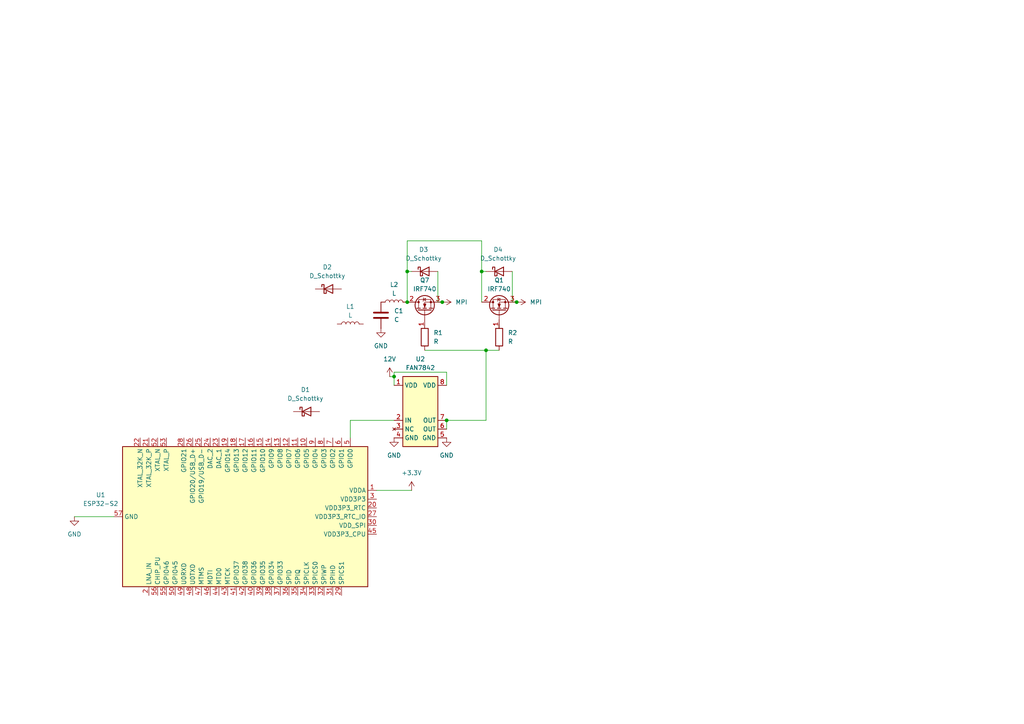
<source format=kicad_sch>
(kicad_sch
	(version 20231120)
	(generator "eeschema")
	(generator_version "8.0")
	(uuid "8b39f559-092a-41e7-b28e-db189feffadc")
	(paper "A4")
	(lib_symbols
		(symbol "Device:C"
			(pin_numbers hide)
			(pin_names
				(offset 0.254)
			)
			(exclude_from_sim no)
			(in_bom yes)
			(on_board yes)
			(property "Reference" "C"
				(at 0.635 2.54 0)
				(effects
					(font
						(size 1.27 1.27)
					)
					(justify left)
				)
			)
			(property "Value" "C"
				(at 0.635 -2.54 0)
				(effects
					(font
						(size 1.27 1.27)
					)
					(justify left)
				)
			)
			(property "Footprint" ""
				(at 0.9652 -3.81 0)
				(effects
					(font
						(size 1.27 1.27)
					)
					(hide yes)
				)
			)
			(property "Datasheet" "~"
				(at 0 0 0)
				(effects
					(font
						(size 1.27 1.27)
					)
					(hide yes)
				)
			)
			(property "Description" "Unpolarized capacitor"
				(at 0 0 0)
				(effects
					(font
						(size 1.27 1.27)
					)
					(hide yes)
				)
			)
			(property "ki_keywords" "cap capacitor"
				(at 0 0 0)
				(effects
					(font
						(size 1.27 1.27)
					)
					(hide yes)
				)
			)
			(property "ki_fp_filters" "C_*"
				(at 0 0 0)
				(effects
					(font
						(size 1.27 1.27)
					)
					(hide yes)
				)
			)
			(symbol "C_0_1"
				(polyline
					(pts
						(xy -2.032 -0.762) (xy 2.032 -0.762)
					)
					(stroke
						(width 0.508)
						(type default)
					)
					(fill
						(type none)
					)
				)
				(polyline
					(pts
						(xy -2.032 0.762) (xy 2.032 0.762)
					)
					(stroke
						(width 0.508)
						(type default)
					)
					(fill
						(type none)
					)
				)
			)
			(symbol "C_1_1"
				(pin passive line
					(at 0 3.81 270)
					(length 2.794)
					(name "~"
						(effects
							(font
								(size 1.27 1.27)
							)
						)
					)
					(number "1"
						(effects
							(font
								(size 1.27 1.27)
							)
						)
					)
				)
				(pin passive line
					(at 0 -3.81 90)
					(length 2.794)
					(name "~"
						(effects
							(font
								(size 1.27 1.27)
							)
						)
					)
					(number "2"
						(effects
							(font
								(size 1.27 1.27)
							)
						)
					)
				)
			)
		)
		(symbol "Device:D_Schottky"
			(pin_numbers hide)
			(pin_names
				(offset 1.016) hide)
			(exclude_from_sim no)
			(in_bom yes)
			(on_board yes)
			(property "Reference" "D"
				(at 0 2.54 0)
				(effects
					(font
						(size 1.27 1.27)
					)
				)
			)
			(property "Value" "D_Schottky"
				(at 0 -2.54 0)
				(effects
					(font
						(size 1.27 1.27)
					)
				)
			)
			(property "Footprint" ""
				(at 0 0 0)
				(effects
					(font
						(size 1.27 1.27)
					)
					(hide yes)
				)
			)
			(property "Datasheet" "~"
				(at 0 0 0)
				(effects
					(font
						(size 1.27 1.27)
					)
					(hide yes)
				)
			)
			(property "Description" "Schottky diode"
				(at 0 0 0)
				(effects
					(font
						(size 1.27 1.27)
					)
					(hide yes)
				)
			)
			(property "ki_keywords" "diode Schottky"
				(at 0 0 0)
				(effects
					(font
						(size 1.27 1.27)
					)
					(hide yes)
				)
			)
			(property "ki_fp_filters" "TO-???* *_Diode_* *SingleDiode* D_*"
				(at 0 0 0)
				(effects
					(font
						(size 1.27 1.27)
					)
					(hide yes)
				)
			)
			(symbol "D_Schottky_0_1"
				(polyline
					(pts
						(xy 1.27 0) (xy -1.27 0)
					)
					(stroke
						(width 0)
						(type default)
					)
					(fill
						(type none)
					)
				)
				(polyline
					(pts
						(xy 1.27 1.27) (xy 1.27 -1.27) (xy -1.27 0) (xy 1.27 1.27)
					)
					(stroke
						(width 0.254)
						(type default)
					)
					(fill
						(type none)
					)
				)
				(polyline
					(pts
						(xy -1.905 0.635) (xy -1.905 1.27) (xy -1.27 1.27) (xy -1.27 -1.27) (xy -0.635 -1.27) (xy -0.635 -0.635)
					)
					(stroke
						(width 0.254)
						(type default)
					)
					(fill
						(type none)
					)
				)
			)
			(symbol "D_Schottky_1_1"
				(pin passive line
					(at -3.81 0 0)
					(length 2.54)
					(name "K"
						(effects
							(font
								(size 1.27 1.27)
							)
						)
					)
					(number "1"
						(effects
							(font
								(size 1.27 1.27)
							)
						)
					)
				)
				(pin passive line
					(at 3.81 0 180)
					(length 2.54)
					(name "A"
						(effects
							(font
								(size 1.27 1.27)
							)
						)
					)
					(number "2"
						(effects
							(font
								(size 1.27 1.27)
							)
						)
					)
				)
			)
		)
		(symbol "Device:L"
			(pin_numbers hide)
			(pin_names
				(offset 1.016) hide)
			(exclude_from_sim no)
			(in_bom yes)
			(on_board yes)
			(property "Reference" "L"
				(at -1.27 0 90)
				(effects
					(font
						(size 1.27 1.27)
					)
				)
			)
			(property "Value" "L"
				(at 1.905 0 90)
				(effects
					(font
						(size 1.27 1.27)
					)
				)
			)
			(property "Footprint" ""
				(at 0 0 0)
				(effects
					(font
						(size 1.27 1.27)
					)
					(hide yes)
				)
			)
			(property "Datasheet" "~"
				(at 0 0 0)
				(effects
					(font
						(size 1.27 1.27)
					)
					(hide yes)
				)
			)
			(property "Description" "Inductor"
				(at 0 0 0)
				(effects
					(font
						(size 1.27 1.27)
					)
					(hide yes)
				)
			)
			(property "ki_keywords" "inductor choke coil reactor magnetic"
				(at 0 0 0)
				(effects
					(font
						(size 1.27 1.27)
					)
					(hide yes)
				)
			)
			(property "ki_fp_filters" "Choke_* *Coil* Inductor_* L_*"
				(at 0 0 0)
				(effects
					(font
						(size 1.27 1.27)
					)
					(hide yes)
				)
			)
			(symbol "L_0_1"
				(arc
					(start 0 -2.54)
					(mid 0.6323 -1.905)
					(end 0 -1.27)
					(stroke
						(width 0)
						(type default)
					)
					(fill
						(type none)
					)
				)
				(arc
					(start 0 -1.27)
					(mid 0.6323 -0.635)
					(end 0 0)
					(stroke
						(width 0)
						(type default)
					)
					(fill
						(type none)
					)
				)
				(arc
					(start 0 0)
					(mid 0.6323 0.635)
					(end 0 1.27)
					(stroke
						(width 0)
						(type default)
					)
					(fill
						(type none)
					)
				)
				(arc
					(start 0 1.27)
					(mid 0.6323 1.905)
					(end 0 2.54)
					(stroke
						(width 0)
						(type default)
					)
					(fill
						(type none)
					)
				)
			)
			(symbol "L_1_1"
				(pin passive line
					(at 0 3.81 270)
					(length 1.27)
					(name "1"
						(effects
							(font
								(size 1.27 1.27)
							)
						)
					)
					(number "1"
						(effects
							(font
								(size 1.27 1.27)
							)
						)
					)
				)
				(pin passive line
					(at 0 -3.81 90)
					(length 1.27)
					(name "2"
						(effects
							(font
								(size 1.27 1.27)
							)
						)
					)
					(number "2"
						(effects
							(font
								(size 1.27 1.27)
							)
						)
					)
				)
			)
		)
		(symbol "Device:R"
			(pin_numbers hide)
			(pin_names
				(offset 0)
			)
			(exclude_from_sim no)
			(in_bom yes)
			(on_board yes)
			(property "Reference" "R"
				(at 2.032 0 90)
				(effects
					(font
						(size 1.27 1.27)
					)
				)
			)
			(property "Value" "R"
				(at 0 0 90)
				(effects
					(font
						(size 1.27 1.27)
					)
				)
			)
			(property "Footprint" ""
				(at -1.778 0 90)
				(effects
					(font
						(size 1.27 1.27)
					)
					(hide yes)
				)
			)
			(property "Datasheet" "~"
				(at 0 0 0)
				(effects
					(font
						(size 1.27 1.27)
					)
					(hide yes)
				)
			)
			(property "Description" "Resistor"
				(at 0 0 0)
				(effects
					(font
						(size 1.27 1.27)
					)
					(hide yes)
				)
			)
			(property "ki_keywords" "R res resistor"
				(at 0 0 0)
				(effects
					(font
						(size 1.27 1.27)
					)
					(hide yes)
				)
			)
			(property "ki_fp_filters" "R_*"
				(at 0 0 0)
				(effects
					(font
						(size 1.27 1.27)
					)
					(hide yes)
				)
			)
			(symbol "R_0_1"
				(rectangle
					(start -1.016 -2.54)
					(end 1.016 2.54)
					(stroke
						(width 0.254)
						(type default)
					)
					(fill
						(type none)
					)
				)
			)
			(symbol "R_1_1"
				(pin passive line
					(at 0 3.81 270)
					(length 1.27)
					(name "~"
						(effects
							(font
								(size 1.27 1.27)
							)
						)
					)
					(number "1"
						(effects
							(font
								(size 1.27 1.27)
							)
						)
					)
				)
				(pin passive line
					(at 0 -3.81 90)
					(length 1.27)
					(name "~"
						(effects
							(font
								(size 1.27 1.27)
							)
						)
					)
					(number "2"
						(effects
							(font
								(size 1.27 1.27)
							)
						)
					)
				)
			)
		)
		(symbol "Driver_FET:FAN7842"
			(exclude_from_sim no)
			(in_bom yes)
			(on_board yes)
			(property "Reference" "U2"
				(at 0 15.24 0)
				(effects
					(font
						(size 1.27 1.27)
					)
				)
			)
			(property "Value" "FAN7842"
				(at 0 12.7 0)
				(effects
					(font
						(size 1.27 1.27)
					)
				)
			)
			(property "Footprint" "Package_SO:SOIC-8_3.9x4.9mm_P1.27mm"
				(at 0 -12.7 0)
				(effects
					(font
						(size 1.27 1.27)
					)
					(hide yes)
				)
			)
			(property "Datasheet" "https://www.mouser.com/datasheet/2/268/20001392E-3442042.pdf"
				(at 0 0 0)
				(effects
					(font
						(size 1.27 1.27)
					)
					(hide yes)
				)
			)
			(property "Description" "High and Low Side Gate Driver, 200V operation, Output Current 350/650mA, SOIC-8"
				(at 0 0 0)
				(effects
					(font
						(size 1.27 1.27)
					)
					(hide yes)
				)
			)
			(property "ki_keywords" "Gate Driver"
				(at 0 0 0)
				(effects
					(font
						(size 1.27 1.27)
					)
					(hide yes)
				)
			)
			(property "ki_fp_filters" "SOIC*3.9x4.9mm*P1.27mm*"
				(at 0 0 0)
				(effects
					(font
						(size 1.27 1.27)
					)
					(hide yes)
				)
			)
			(symbol "FAN7842_0_1"
				(rectangle
					(start -5.08 10.16)
					(end 5.08 -10.16)
					(stroke
						(width 0.254)
						(type default)
					)
					(fill
						(type background)
					)
				)
			)
			(symbol "FAN7842_1_1"
				(pin power_in line
					(at -7.62 7.62 0)
					(length 2.54)
					(name "VDD"
						(effects
							(font
								(size 1.27 1.27)
							)
						)
					)
					(number "1"
						(effects
							(font
								(size 1.27 1.27)
							)
						)
					)
				)
				(pin input line
					(at -7.62 -2.54 0)
					(length 2.54)
					(name "IN"
						(effects
							(font
								(size 1.27 1.27)
							)
						)
					)
					(number "2"
						(effects
							(font
								(size 1.27 1.27)
							)
						)
					)
				)
				(pin no_connect line
					(at -7.62 -5.08 0)
					(length 2.54)
					(name "NC"
						(effects
							(font
								(size 1.27 1.27)
							)
						)
					)
					(number "3"
						(effects
							(font
								(size 1.27 1.27)
							)
						)
					)
				)
				(pin power_in line
					(at -7.62 -7.62 0)
					(length 2.54)
					(name "GND"
						(effects
							(font
								(size 1.27 1.27)
							)
						)
					)
					(number "4"
						(effects
							(font
								(size 1.27 1.27)
							)
						)
					)
				)
				(pin power_in line
					(at 7.62 -7.62 180)
					(length 2.54)
					(name "GND"
						(effects
							(font
								(size 1.27 1.27)
							)
						)
					)
					(number "5"
						(effects
							(font
								(size 1.27 1.27)
							)
						)
					)
				)
				(pin output line
					(at 7.62 -5.08 180)
					(length 2.54)
					(name "OUT"
						(effects
							(font
								(size 1.27 1.27)
							)
						)
					)
					(number "6"
						(effects
							(font
								(size 1.27 1.27)
							)
						)
					)
				)
				(pin output line
					(at 7.62 -2.54 180)
					(length 2.54)
					(name "OUT"
						(effects
							(font
								(size 1.27 1.27)
							)
						)
					)
					(number "7"
						(effects
							(font
								(size 1.27 1.27)
							)
						)
					)
				)
				(pin passive line
					(at 7.62 7.62 180)
					(length 2.54)
					(name "VDD"
						(effects
							(font
								(size 1.27 1.27)
							)
						)
					)
					(number "8"
						(effects
							(font
								(size 1.27 1.27)
							)
						)
					)
				)
			)
		)
		(symbol "MCU_Espressif:ESP32-S2"
			(exclude_from_sim no)
			(in_bom yes)
			(on_board yes)
			(property "Reference" "U"
				(at 12.7 -38.1 0)
				(effects
					(font
						(size 1.27 1.27)
					)
				)
			)
			(property "Value" "ESP32-S2"
				(at 16.51 -40.64 0)
				(effects
					(font
						(size 1.27 1.27)
					)
				)
			)
			(property "Footprint" "Package_DFN_QFN:QFN-56-1EP_7x7mm_P0.4mm_EP4x4mm"
				(at 2.54 -48.26 0)
				(effects
					(font
						(size 1.27 1.27)
					)
					(justify left)
					(hide yes)
				)
			)
			(property "Datasheet" "https://www.espressif.com/sites/default/files/documentation/esp32-s2_datasheet_en.pdf"
				(at 2.54 -45.72 0)
				(effects
					(font
						(size 1.27 1.27)
					)
					(justify left)
					(hide yes)
				)
			)
			(property "Description" "Microcontroller, Wi-Fi 802.11b/g/n, Bluetooth, 32bit"
				(at 0 0 0)
				(effects
					(font
						(size 1.27 1.27)
					)
					(hide yes)
				)
			)
			(property "ki_keywords" "Microcontroller Wi-Fi BT ESP ESP32 Espressif"
				(at 0 0 0)
				(effects
					(font
						(size 1.27 1.27)
					)
					(hide yes)
				)
			)
			(property "ki_fp_filters" "QFN*1EP*7x7mm*P0.4mm*"
				(at 0 0 0)
				(effects
					(font
						(size 1.27 1.27)
					)
					(hide yes)
				)
			)
			(symbol "ESP32-S2_0_1"
				(rectangle
					(start -20.32 35.56)
					(end 20.32 -35.56)
					(stroke
						(width 0.254)
						(type default)
					)
					(fill
						(type background)
					)
				)
			)
			(symbol "ESP32-S2_1_1"
				(pin power_in line
					(at -7.62 38.1 270)
					(length 2.54)
					(name "VDDA"
						(effects
							(font
								(size 1.27 1.27)
							)
						)
					)
					(number "1"
						(effects
							(font
								(size 1.27 1.27)
							)
						)
					)
				)
				(pin bidirectional line
					(at -22.86 17.78 0)
					(length 2.54)
					(name "GPIO5"
						(effects
							(font
								(size 1.27 1.27)
							)
						)
					)
					(number "10"
						(effects
							(font
								(size 1.27 1.27)
							)
						)
					)
				)
				(pin bidirectional line
					(at -22.86 15.24 0)
					(length 2.54)
					(name "GPIO6"
						(effects
							(font
								(size 1.27 1.27)
							)
						)
					)
					(number "11"
						(effects
							(font
								(size 1.27 1.27)
							)
						)
					)
				)
				(pin bidirectional line
					(at -22.86 12.7 0)
					(length 2.54)
					(name "GPIO7"
						(effects
							(font
								(size 1.27 1.27)
							)
						)
					)
					(number "12"
						(effects
							(font
								(size 1.27 1.27)
							)
						)
					)
				)
				(pin bidirectional line
					(at -22.86 10.16 0)
					(length 2.54)
					(name "GPIO8"
						(effects
							(font
								(size 1.27 1.27)
							)
						)
					)
					(number "13"
						(effects
							(font
								(size 1.27 1.27)
							)
						)
					)
				)
				(pin bidirectional line
					(at -22.86 7.62 0)
					(length 2.54)
					(name "GPIO9"
						(effects
							(font
								(size 1.27 1.27)
							)
						)
					)
					(number "14"
						(effects
							(font
								(size 1.27 1.27)
							)
						)
					)
				)
				(pin bidirectional line
					(at -22.86 5.08 0)
					(length 2.54)
					(name "GPIO10"
						(effects
							(font
								(size 1.27 1.27)
							)
						)
					)
					(number "15"
						(effects
							(font
								(size 1.27 1.27)
							)
						)
					)
				)
				(pin bidirectional line
					(at -22.86 2.54 0)
					(length 2.54)
					(name "GPIO11"
						(effects
							(font
								(size 1.27 1.27)
							)
						)
					)
					(number "16"
						(effects
							(font
								(size 1.27 1.27)
							)
						)
					)
				)
				(pin bidirectional line
					(at -22.86 0 0)
					(length 2.54)
					(name "GPIO12"
						(effects
							(font
								(size 1.27 1.27)
							)
						)
					)
					(number "17"
						(effects
							(font
								(size 1.27 1.27)
							)
						)
					)
				)
				(pin bidirectional line
					(at -22.86 -2.54 0)
					(length 2.54)
					(name "GPIO13"
						(effects
							(font
								(size 1.27 1.27)
							)
						)
					)
					(number "18"
						(effects
							(font
								(size 1.27 1.27)
							)
						)
					)
				)
				(pin bidirectional line
					(at -22.86 -5.08 0)
					(length 2.54)
					(name "GPIO14"
						(effects
							(font
								(size 1.27 1.27)
							)
						)
					)
					(number "19"
						(effects
							(font
								(size 1.27 1.27)
							)
						)
					)
				)
				(pin bidirectional line
					(at 22.86 -27.94 180)
					(length 2.54)
					(name "LNA_IN"
						(effects
							(font
								(size 1.27 1.27)
							)
						)
					)
					(number "2"
						(effects
							(font
								(size 1.27 1.27)
							)
						)
					)
				)
				(pin power_in line
					(at -2.54 38.1 270)
					(length 2.54)
					(name "VDD3P3_RTC"
						(effects
							(font
								(size 1.27 1.27)
							)
						)
					)
					(number "20"
						(effects
							(font
								(size 1.27 1.27)
							)
						)
					)
				)
				(pin passive line
					(at -22.86 -27.94 0)
					(length 2.54)
					(name "XTAL_32K_P"
						(effects
							(font
								(size 1.27 1.27)
							)
						)
					)
					(number "21"
						(effects
							(font
								(size 1.27 1.27)
							)
						)
					)
				)
				(pin passive line
					(at -22.86 -30.48 0)
					(length 2.54)
					(name "XTAL_32K_N"
						(effects
							(font
								(size 1.27 1.27)
							)
						)
					)
					(number "22"
						(effects
							(font
								(size 1.27 1.27)
							)
						)
					)
				)
				(pin bidirectional line
					(at -22.86 -7.62 0)
					(length 2.54)
					(name "DAC_1"
						(effects
							(font
								(size 1.27 1.27)
							)
						)
					)
					(number "23"
						(effects
							(font
								(size 1.27 1.27)
							)
						)
					)
				)
				(pin bidirectional line
					(at -22.86 -10.16 0)
					(length 2.54)
					(name "DAC_2"
						(effects
							(font
								(size 1.27 1.27)
							)
						)
					)
					(number "24"
						(effects
							(font
								(size 1.27 1.27)
							)
						)
					)
				)
				(pin bidirectional line
					(at -22.86 -12.7 0)
					(length 2.54)
					(name "GPIO19/USB_D-"
						(effects
							(font
								(size 1.27 1.27)
							)
						)
					)
					(number "25"
						(effects
							(font
								(size 1.27 1.27)
							)
						)
					)
				)
				(pin bidirectional line
					(at -22.86 -15.24 0)
					(length 2.54)
					(name "GPIO20/USB_D+"
						(effects
							(font
								(size 1.27 1.27)
							)
						)
					)
					(number "26"
						(effects
							(font
								(size 1.27 1.27)
							)
						)
					)
				)
				(pin power_in line
					(at 0 38.1 270)
					(length 2.54)
					(name "VDD3P3_RTC_IO"
						(effects
							(font
								(size 1.27 1.27)
							)
						)
					)
					(number "27"
						(effects
							(font
								(size 1.27 1.27)
							)
						)
					)
				)
				(pin bidirectional line
					(at -22.86 -17.78 0)
					(length 2.54)
					(name "GPIO21"
						(effects
							(font
								(size 1.27 1.27)
							)
						)
					)
					(number "28"
						(effects
							(font
								(size 1.27 1.27)
							)
						)
					)
				)
				(pin bidirectional line
					(at 22.86 27.94 180)
					(length 2.54)
					(name "SPICS1"
						(effects
							(font
								(size 1.27 1.27)
							)
						)
					)
					(number "29"
						(effects
							(font
								(size 1.27 1.27)
							)
						)
					)
				)
				(pin power_in line
					(at -5.08 38.1 270)
					(length 2.54)
					(name "VDD3P3"
						(effects
							(font
								(size 1.27 1.27)
							)
						)
					)
					(number "3"
						(effects
							(font
								(size 1.27 1.27)
							)
						)
					)
				)
				(pin power_out line
					(at 2.54 38.1 270)
					(length 2.54)
					(name "VDD_SPI"
						(effects
							(font
								(size 1.27 1.27)
							)
						)
					)
					(number "30"
						(effects
							(font
								(size 1.27 1.27)
							)
						)
					)
				)
				(pin bidirectional line
					(at 22.86 25.4 180)
					(length 2.54)
					(name "SPIHD"
						(effects
							(font
								(size 1.27 1.27)
							)
						)
					)
					(number "31"
						(effects
							(font
								(size 1.27 1.27)
							)
						)
					)
				)
				(pin bidirectional line
					(at 22.86 22.86 180)
					(length 2.54)
					(name "SPIWP"
						(effects
							(font
								(size 1.27 1.27)
							)
						)
					)
					(number "32"
						(effects
							(font
								(size 1.27 1.27)
							)
						)
					)
				)
				(pin bidirectional line
					(at 22.86 20.32 180)
					(length 2.54)
					(name "SPICS0"
						(effects
							(font
								(size 1.27 1.27)
							)
						)
					)
					(number "33"
						(effects
							(font
								(size 1.27 1.27)
							)
						)
					)
				)
				(pin bidirectional line
					(at 22.86 17.78 180)
					(length 2.54)
					(name "SPICLK"
						(effects
							(font
								(size 1.27 1.27)
							)
						)
					)
					(number "34"
						(effects
							(font
								(size 1.27 1.27)
							)
						)
					)
				)
				(pin bidirectional line
					(at 22.86 15.24 180)
					(length 2.54)
					(name "SPIQ"
						(effects
							(font
								(size 1.27 1.27)
							)
						)
					)
					(number "35"
						(effects
							(font
								(size 1.27 1.27)
							)
						)
					)
				)
				(pin bidirectional line
					(at 22.86 12.7 180)
					(length 2.54)
					(name "SPID"
						(effects
							(font
								(size 1.27 1.27)
							)
						)
					)
					(number "36"
						(effects
							(font
								(size 1.27 1.27)
							)
						)
					)
				)
				(pin bidirectional line
					(at 22.86 10.16 180)
					(length 2.54)
					(name "GPIO33"
						(effects
							(font
								(size 1.27 1.27)
							)
						)
					)
					(number "37"
						(effects
							(font
								(size 1.27 1.27)
							)
						)
					)
				)
				(pin bidirectional line
					(at 22.86 7.62 180)
					(length 2.54)
					(name "GPIO34"
						(effects
							(font
								(size 1.27 1.27)
							)
						)
					)
					(number "38"
						(effects
							(font
								(size 1.27 1.27)
							)
						)
					)
				)
				(pin bidirectional line
					(at 22.86 5.08 180)
					(length 2.54)
					(name "GPIO35"
						(effects
							(font
								(size 1.27 1.27)
							)
						)
					)
					(number "39"
						(effects
							(font
								(size 1.27 1.27)
							)
						)
					)
				)
				(pin passive line
					(at -5.08 38.1 270)
					(length 2.54) hide
					(name "VDD3P3"
						(effects
							(font
								(size 1.27 1.27)
							)
						)
					)
					(number "4"
						(effects
							(font
								(size 1.27 1.27)
							)
						)
					)
				)
				(pin bidirectional line
					(at 22.86 2.54 180)
					(length 2.54)
					(name "GPIO36"
						(effects
							(font
								(size 1.27 1.27)
							)
						)
					)
					(number "40"
						(effects
							(font
								(size 1.27 1.27)
							)
						)
					)
				)
				(pin bidirectional line
					(at 22.86 -2.54 180)
					(length 2.54)
					(name "GPIO37"
						(effects
							(font
								(size 1.27 1.27)
							)
						)
					)
					(number "41"
						(effects
							(font
								(size 1.27 1.27)
							)
						)
					)
				)
				(pin bidirectional line
					(at 22.86 0 180)
					(length 2.54)
					(name "GPIO38"
						(effects
							(font
								(size 1.27 1.27)
							)
						)
					)
					(number "42"
						(effects
							(font
								(size 1.27 1.27)
							)
						)
					)
				)
				(pin bidirectional line
					(at 22.86 -5.08 180)
					(length 2.54)
					(name "MTCK"
						(effects
							(font
								(size 1.27 1.27)
							)
						)
					)
					(number "43"
						(effects
							(font
								(size 1.27 1.27)
							)
						)
					)
				)
				(pin bidirectional line
					(at 22.86 -7.62 180)
					(length 2.54)
					(name "MTD0"
						(effects
							(font
								(size 1.27 1.27)
							)
						)
					)
					(number "44"
						(effects
							(font
								(size 1.27 1.27)
							)
						)
					)
				)
				(pin power_in line
					(at 5.08 38.1 270)
					(length 2.54)
					(name "VDD3P3_CPU"
						(effects
							(font
								(size 1.27 1.27)
							)
						)
					)
					(number "45"
						(effects
							(font
								(size 1.27 1.27)
							)
						)
					)
				)
				(pin bidirectional line
					(at 22.86 -10.16 180)
					(length 2.54)
					(name "MDTI"
						(effects
							(font
								(size 1.27 1.27)
							)
						)
					)
					(number "46"
						(effects
							(font
								(size 1.27 1.27)
							)
						)
					)
				)
				(pin bidirectional line
					(at 22.86 -12.7 180)
					(length 2.54)
					(name "MTMS"
						(effects
							(font
								(size 1.27 1.27)
							)
						)
					)
					(number "47"
						(effects
							(font
								(size 1.27 1.27)
							)
						)
					)
				)
				(pin bidirectional line
					(at 22.86 -15.24 180)
					(length 2.54)
					(name "U0TXD"
						(effects
							(font
								(size 1.27 1.27)
							)
						)
					)
					(number "48"
						(effects
							(font
								(size 1.27 1.27)
							)
						)
					)
				)
				(pin bidirectional line
					(at 22.86 -17.78 180)
					(length 2.54)
					(name "U0RXD"
						(effects
							(font
								(size 1.27 1.27)
							)
						)
					)
					(number "49"
						(effects
							(font
								(size 1.27 1.27)
							)
						)
					)
				)
				(pin bidirectional line
					(at -22.86 30.48 0)
					(length 2.54)
					(name "GPIO0"
						(effects
							(font
								(size 1.27 1.27)
							)
						)
					)
					(number "5"
						(effects
							(font
								(size 1.27 1.27)
							)
						)
					)
				)
				(pin bidirectional line
					(at 22.86 -20.32 180)
					(length 2.54)
					(name "GPIO45"
						(effects
							(font
								(size 1.27 1.27)
							)
						)
					)
					(number "50"
						(effects
							(font
								(size 1.27 1.27)
							)
						)
					)
				)
				(pin passive line
					(at -7.62 38.1 270)
					(length 2.54) hide
					(name "VDDA"
						(effects
							(font
								(size 1.27 1.27)
							)
						)
					)
					(number "51"
						(effects
							(font
								(size 1.27 1.27)
							)
						)
					)
				)
				(pin output line
					(at -22.86 -25.4 0)
					(length 2.54)
					(name "XTAL_N"
						(effects
							(font
								(size 1.27 1.27)
							)
						)
					)
					(number "52"
						(effects
							(font
								(size 1.27 1.27)
							)
						)
					)
				)
				(pin input line
					(at -22.86 -22.86 0)
					(length 2.54)
					(name "XTAL_P"
						(effects
							(font
								(size 1.27 1.27)
							)
						)
					)
					(number "53"
						(effects
							(font
								(size 1.27 1.27)
							)
						)
					)
				)
				(pin passive line
					(at -7.62 38.1 270)
					(length 2.54) hide
					(name "VDDA"
						(effects
							(font
								(size 1.27 1.27)
							)
						)
					)
					(number "54"
						(effects
							(font
								(size 1.27 1.27)
							)
						)
					)
				)
				(pin input line
					(at 22.86 -22.86 180)
					(length 2.54)
					(name "GPIO46"
						(effects
							(font
								(size 1.27 1.27)
							)
						)
					)
					(number "55"
						(effects
							(font
								(size 1.27 1.27)
							)
						)
					)
				)
				(pin input line
					(at 22.86 -25.4 180)
					(length 2.54)
					(name "CHIP_PU"
						(effects
							(font
								(size 1.27 1.27)
							)
						)
					)
					(number "56"
						(effects
							(font
								(size 1.27 1.27)
							)
						)
					)
				)
				(pin power_in line
					(at 0 -38.1 90)
					(length 2.54)
					(name "GND"
						(effects
							(font
								(size 1.27 1.27)
							)
						)
					)
					(number "57"
						(effects
							(font
								(size 1.27 1.27)
							)
						)
					)
				)
				(pin bidirectional line
					(at -22.86 27.94 0)
					(length 2.54)
					(name "GPIO1"
						(effects
							(font
								(size 1.27 1.27)
							)
						)
					)
					(number "6"
						(effects
							(font
								(size 1.27 1.27)
							)
						)
					)
				)
				(pin bidirectional line
					(at -22.86 25.4 0)
					(length 2.54)
					(name "GPIO2"
						(effects
							(font
								(size 1.27 1.27)
							)
						)
					)
					(number "7"
						(effects
							(font
								(size 1.27 1.27)
							)
						)
					)
				)
				(pin bidirectional line
					(at -22.86 22.86 0)
					(length 2.54)
					(name "GPIO3"
						(effects
							(font
								(size 1.27 1.27)
							)
						)
					)
					(number "8"
						(effects
							(font
								(size 1.27 1.27)
							)
						)
					)
				)
				(pin bidirectional line
					(at -22.86 20.32 0)
					(length 2.54)
					(name "GPIO4"
						(effects
							(font
								(size 1.27 1.27)
							)
						)
					)
					(number "9"
						(effects
							(font
								(size 1.27 1.27)
							)
						)
					)
				)
			)
		)
		(symbol "Transistor_FET:IRF740"
			(pin_names hide)
			(exclude_from_sim no)
			(in_bom yes)
			(on_board yes)
			(property "Reference" "Q"
				(at 5.08 1.905 0)
				(effects
					(font
						(size 1.27 1.27)
					)
					(justify left)
				)
			)
			(property "Value" "IRF740"
				(at 5.08 0 0)
				(effects
					(font
						(size 1.27 1.27)
					)
					(justify left)
				)
			)
			(property "Footprint" "Package_TO_SOT_THT:TO-220-3_Vertical"
				(at 5.08 -1.905 0)
				(effects
					(font
						(size 1.27 1.27)
						(italic yes)
					)
					(justify left)
					(hide yes)
				)
			)
			(property "Datasheet" "http://www.vishay.com/docs/91054/91054.pdf"
				(at 5.08 -3.81 0)
				(effects
					(font
						(size 1.27 1.27)
					)
					(justify left)
					(hide yes)
				)
			)
			(property "Description" "10A Id, 400V Vds, N-Channel Power MOSFET, 500mOhm Rds, TO-220AB"
				(at 0 0 0)
				(effects
					(font
						(size 1.27 1.27)
					)
					(hide yes)
				)
			)
			(property "ki_keywords" "N Channel"
				(at 0 0 0)
				(effects
					(font
						(size 1.27 1.27)
					)
					(hide yes)
				)
			)
			(property "ki_fp_filters" "TO?220*"
				(at 0 0 0)
				(effects
					(font
						(size 1.27 1.27)
					)
					(hide yes)
				)
			)
			(symbol "IRF740_0_1"
				(polyline
					(pts
						(xy 0.254 0) (xy -2.54 0)
					)
					(stroke
						(width 0)
						(type default)
					)
					(fill
						(type none)
					)
				)
				(polyline
					(pts
						(xy 0.254 1.905) (xy 0.254 -1.905)
					)
					(stroke
						(width 0.254)
						(type default)
					)
					(fill
						(type none)
					)
				)
				(polyline
					(pts
						(xy 0.762 -1.27) (xy 0.762 -2.286)
					)
					(stroke
						(width 0.254)
						(type default)
					)
					(fill
						(type none)
					)
				)
				(polyline
					(pts
						(xy 0.762 0.508) (xy 0.762 -0.508)
					)
					(stroke
						(width 0.254)
						(type default)
					)
					(fill
						(type none)
					)
				)
				(polyline
					(pts
						(xy 0.762 2.286) (xy 0.762 1.27)
					)
					(stroke
						(width 0.254)
						(type default)
					)
					(fill
						(type none)
					)
				)
				(polyline
					(pts
						(xy 2.54 2.54) (xy 2.54 1.778)
					)
					(stroke
						(width 0)
						(type default)
					)
					(fill
						(type none)
					)
				)
				(polyline
					(pts
						(xy 2.54 -2.54) (xy 2.54 0) (xy 0.762 0)
					)
					(stroke
						(width 0)
						(type default)
					)
					(fill
						(type none)
					)
				)
				(polyline
					(pts
						(xy 0.762 -1.778) (xy 3.302 -1.778) (xy 3.302 1.778) (xy 0.762 1.778)
					)
					(stroke
						(width 0)
						(type default)
					)
					(fill
						(type none)
					)
				)
				(polyline
					(pts
						(xy 1.016 0) (xy 2.032 0.381) (xy 2.032 -0.381) (xy 1.016 0)
					)
					(stroke
						(width 0)
						(type default)
					)
					(fill
						(type outline)
					)
				)
				(polyline
					(pts
						(xy 2.794 0.508) (xy 2.921 0.381) (xy 3.683 0.381) (xy 3.81 0.254)
					)
					(stroke
						(width 0)
						(type default)
					)
					(fill
						(type none)
					)
				)
				(polyline
					(pts
						(xy 3.302 0.381) (xy 2.921 -0.254) (xy 3.683 -0.254) (xy 3.302 0.381)
					)
					(stroke
						(width 0)
						(type default)
					)
					(fill
						(type none)
					)
				)
				(circle
					(center 1.651 0)
					(radius 2.794)
					(stroke
						(width 0.254)
						(type default)
					)
					(fill
						(type none)
					)
				)
				(circle
					(center 2.54 -1.778)
					(radius 0.254)
					(stroke
						(width 0)
						(type default)
					)
					(fill
						(type outline)
					)
				)
				(circle
					(center 2.54 1.778)
					(radius 0.254)
					(stroke
						(width 0)
						(type default)
					)
					(fill
						(type outline)
					)
				)
			)
			(symbol "IRF740_1_1"
				(pin input line
					(at -5.08 0 0)
					(length 2.54)
					(name "G"
						(effects
							(font
								(size 1.27 1.27)
							)
						)
					)
					(number "1"
						(effects
							(font
								(size 1.27 1.27)
							)
						)
					)
				)
				(pin passive line
					(at 2.54 5.08 270)
					(length 2.54)
					(name "D"
						(effects
							(font
								(size 1.27 1.27)
							)
						)
					)
					(number "2"
						(effects
							(font
								(size 1.27 1.27)
							)
						)
					)
				)
				(pin passive line
					(at 2.54 -5.08 90)
					(length 2.54)
					(name "S"
						(effects
							(font
								(size 1.27 1.27)
							)
						)
					)
					(number "3"
						(effects
							(font
								(size 1.27 1.27)
							)
						)
					)
				)
			)
		)
		(symbol "power:+15V"
			(power)
			(pin_numbers hide)
			(pin_names
				(offset 0) hide)
			(exclude_from_sim no)
			(in_bom yes)
			(on_board yes)
			(property "Reference" "#PWR"
				(at 0 -3.81 0)
				(effects
					(font
						(size 1.27 1.27)
					)
					(hide yes)
				)
			)
			(property "Value" "+15V"
				(at 0 3.556 0)
				(effects
					(font
						(size 1.27 1.27)
					)
				)
			)
			(property "Footprint" ""
				(at 0 0 0)
				(effects
					(font
						(size 1.27 1.27)
					)
					(hide yes)
				)
			)
			(property "Datasheet" ""
				(at 0 0 0)
				(effects
					(font
						(size 1.27 1.27)
					)
					(hide yes)
				)
			)
			(property "Description" "Power symbol creates a global label with name \"+15V\""
				(at 0 0 0)
				(effects
					(font
						(size 1.27 1.27)
					)
					(hide yes)
				)
			)
			(property "ki_keywords" "global power"
				(at 0 0 0)
				(effects
					(font
						(size 1.27 1.27)
					)
					(hide yes)
				)
			)
			(symbol "+15V_0_1"
				(polyline
					(pts
						(xy -0.762 1.27) (xy 0 2.54)
					)
					(stroke
						(width 0)
						(type default)
					)
					(fill
						(type none)
					)
				)
				(polyline
					(pts
						(xy 0 0) (xy 0 2.54)
					)
					(stroke
						(width 0)
						(type default)
					)
					(fill
						(type none)
					)
				)
				(polyline
					(pts
						(xy 0 2.54) (xy 0.762 1.27)
					)
					(stroke
						(width 0)
						(type default)
					)
					(fill
						(type none)
					)
				)
			)
			(symbol "+15V_1_1"
				(pin power_in line
					(at 0 0 90)
					(length 0)
					(name "~"
						(effects
							(font
								(size 1.27 1.27)
							)
						)
					)
					(number "1"
						(effects
							(font
								(size 1.27 1.27)
							)
						)
					)
				)
			)
		)
		(symbol "power:+1V0"
			(power)
			(pin_numbers hide)
			(pin_names
				(offset 0) hide)
			(exclude_from_sim no)
			(in_bom yes)
			(on_board yes)
			(property "Reference" "#PWR"
				(at 0 -3.81 0)
				(effects
					(font
						(size 1.27 1.27)
					)
					(hide yes)
				)
			)
			(property "Value" "+1V0"
				(at 0 3.556 0)
				(effects
					(font
						(size 1.27 1.27)
					)
				)
			)
			(property "Footprint" ""
				(at 0 0 0)
				(effects
					(font
						(size 1.27 1.27)
					)
					(hide yes)
				)
			)
			(property "Datasheet" ""
				(at 0 0 0)
				(effects
					(font
						(size 1.27 1.27)
					)
					(hide yes)
				)
			)
			(property "Description" "Power symbol creates a global label with name \"+1V0\""
				(at 0 0 0)
				(effects
					(font
						(size 1.27 1.27)
					)
					(hide yes)
				)
			)
			(property "ki_keywords" "global power"
				(at 0 0 0)
				(effects
					(font
						(size 1.27 1.27)
					)
					(hide yes)
				)
			)
			(symbol "+1V0_0_1"
				(polyline
					(pts
						(xy -0.762 1.27) (xy 0 2.54)
					)
					(stroke
						(width 0)
						(type default)
					)
					(fill
						(type none)
					)
				)
				(polyline
					(pts
						(xy 0 0) (xy 0 2.54)
					)
					(stroke
						(width 0)
						(type default)
					)
					(fill
						(type none)
					)
				)
				(polyline
					(pts
						(xy 0 2.54) (xy 0.762 1.27)
					)
					(stroke
						(width 0)
						(type default)
					)
					(fill
						(type none)
					)
				)
			)
			(symbol "+1V0_1_1"
				(pin power_in line
					(at 0 0 90)
					(length 0)
					(name "~"
						(effects
							(font
								(size 1.27 1.27)
							)
						)
					)
					(number "1"
						(effects
							(font
								(size 1.27 1.27)
							)
						)
					)
				)
			)
		)
		(symbol "power:+3.3V"
			(power)
			(pin_numbers hide)
			(pin_names
				(offset 0) hide)
			(exclude_from_sim no)
			(in_bom yes)
			(on_board yes)
			(property "Reference" "#PWR"
				(at 0 -3.81 0)
				(effects
					(font
						(size 1.27 1.27)
					)
					(hide yes)
				)
			)
			(property "Value" "+3.3V"
				(at 0 3.556 0)
				(effects
					(font
						(size 1.27 1.27)
					)
				)
			)
			(property "Footprint" ""
				(at 0 0 0)
				(effects
					(font
						(size 1.27 1.27)
					)
					(hide yes)
				)
			)
			(property "Datasheet" ""
				(at 0 0 0)
				(effects
					(font
						(size 1.27 1.27)
					)
					(hide yes)
				)
			)
			(property "Description" "Power symbol creates a global label with name \"+3.3V\""
				(at 0 0 0)
				(effects
					(font
						(size 1.27 1.27)
					)
					(hide yes)
				)
			)
			(property "ki_keywords" "global power"
				(at 0 0 0)
				(effects
					(font
						(size 1.27 1.27)
					)
					(hide yes)
				)
			)
			(symbol "+3.3V_0_1"
				(polyline
					(pts
						(xy -0.762 1.27) (xy 0 2.54)
					)
					(stroke
						(width 0)
						(type default)
					)
					(fill
						(type none)
					)
				)
				(polyline
					(pts
						(xy 0 0) (xy 0 2.54)
					)
					(stroke
						(width 0)
						(type default)
					)
					(fill
						(type none)
					)
				)
				(polyline
					(pts
						(xy 0 2.54) (xy 0.762 1.27)
					)
					(stroke
						(width 0)
						(type default)
					)
					(fill
						(type none)
					)
				)
			)
			(symbol "+3.3V_1_1"
				(pin power_in line
					(at 0 0 90)
					(length 0)
					(name "~"
						(effects
							(font
								(size 1.27 1.27)
							)
						)
					)
					(number "1"
						(effects
							(font
								(size 1.27 1.27)
							)
						)
					)
				)
			)
		)
		(symbol "power:GND"
			(power)
			(pin_numbers hide)
			(pin_names
				(offset 0) hide)
			(exclude_from_sim no)
			(in_bom yes)
			(on_board yes)
			(property "Reference" "#PWR"
				(at 0 -6.35 0)
				(effects
					(font
						(size 1.27 1.27)
					)
					(hide yes)
				)
			)
			(property "Value" "GND"
				(at 0 -3.81 0)
				(effects
					(font
						(size 1.27 1.27)
					)
				)
			)
			(property "Footprint" ""
				(at 0 0 0)
				(effects
					(font
						(size 1.27 1.27)
					)
					(hide yes)
				)
			)
			(property "Datasheet" ""
				(at 0 0 0)
				(effects
					(font
						(size 1.27 1.27)
					)
					(hide yes)
				)
			)
			(property "Description" "Power symbol creates a global label with name \"GND\" , ground"
				(at 0 0 0)
				(effects
					(font
						(size 1.27 1.27)
					)
					(hide yes)
				)
			)
			(property "ki_keywords" "global power"
				(at 0 0 0)
				(effects
					(font
						(size 1.27 1.27)
					)
					(hide yes)
				)
			)
			(symbol "GND_0_1"
				(polyline
					(pts
						(xy 0 0) (xy 0 -1.27) (xy 1.27 -1.27) (xy 0 -2.54) (xy -1.27 -1.27) (xy 0 -1.27)
					)
					(stroke
						(width 0)
						(type default)
					)
					(fill
						(type none)
					)
				)
			)
			(symbol "GND_1_1"
				(pin power_in line
					(at 0 0 270)
					(length 0)
					(name "~"
						(effects
							(font
								(size 1.27 1.27)
							)
						)
					)
					(number "1"
						(effects
							(font
								(size 1.27 1.27)
							)
						)
					)
				)
			)
		)
	)
	(junction
		(at 114.3 109.22)
		(diameter 0)
		(color 0 0 0 0)
		(uuid "0f9bd226-92e6-4be0-979f-4c565118de12")
	)
	(junction
		(at 118.11 87.63)
		(diameter 0)
		(color 0 0 0 0)
		(uuid "64e48ce9-667a-4ffa-b46e-21e25141ae80")
	)
	(junction
		(at 149.86 87.63)
		(diameter 0)
		(color 0 0 0 0)
		(uuid "7592e6d8-e2a0-4340-bacc-07a5bc768cd1")
	)
	(junction
		(at 129.54 121.92)
		(diameter 0)
		(color 0 0 0 0)
		(uuid "8947434d-e47e-4977-9f92-da0e7b4636a8")
	)
	(junction
		(at 118.11 78.74)
		(diameter 0)
		(color 0 0 0 0)
		(uuid "a844081e-0264-4b16-a367-697d9e83397b")
	)
	(junction
		(at 140.97 101.6)
		(diameter 0)
		(color 0 0 0 0)
		(uuid "e3c7e475-970c-43c9-bc67-3077d0a8e03d")
	)
	(junction
		(at 139.7 78.74)
		(diameter 0)
		(color 0 0 0 0)
		(uuid "e51ca515-95c5-4985-b4be-e695fa2d7973")
	)
	(junction
		(at 128.27 87.63)
		(diameter 0)
		(color 0 0 0 0)
		(uuid "f7f5774b-962f-4237-9295-322e05b3b466")
	)
	(wire
		(pts
			(xy 148.59 87.63) (xy 148.59 78.74)
		)
		(stroke
			(width 0)
			(type default)
		)
		(uuid "004fdfeb-afc0-4270-8699-b396a8eca502")
	)
	(wire
		(pts
			(xy 129.54 107.95) (xy 129.54 111.76)
		)
		(stroke
			(width 0)
			(type default)
		)
		(uuid "01222c94-e22c-487b-b723-771a4f32555e")
	)
	(wire
		(pts
			(xy 123.19 93.98) (xy 123.19 95.25)
		)
		(stroke
			(width 0)
			(type default)
		)
		(uuid "057d03bd-78ac-4aae-8cee-50f9b433298a")
	)
	(wire
		(pts
			(xy 127 87.63) (xy 128.27 87.63)
		)
		(stroke
			(width 0)
			(type default)
		)
		(uuid "1419a199-6a39-426d-996f-8980ca293b0f")
	)
	(wire
		(pts
			(xy 21.59 149.86) (xy 33.02 149.86)
		)
		(stroke
			(width 0)
			(type default)
		)
		(uuid "1d4acf86-8451-4c07-b137-6705400ce161")
	)
	(wire
		(pts
			(xy 140.97 101.6) (xy 144.78 101.6)
		)
		(stroke
			(width 0)
			(type default)
		)
		(uuid "2702bea9-eefd-4917-8d41-906bdb445e53")
	)
	(wire
		(pts
			(xy 148.59 87.63) (xy 149.86 87.63)
		)
		(stroke
			(width 0)
			(type default)
		)
		(uuid "2f4acb38-4b4b-49bc-9626-86f9875ef553")
	)
	(wire
		(pts
			(xy 114.3 107.95) (xy 114.3 109.22)
		)
		(stroke
			(width 0)
			(type default)
		)
		(uuid "30985573-fd49-4ea8-9ece-6a611cc35909")
	)
	(wire
		(pts
			(xy 114.3 107.95) (xy 129.54 107.95)
		)
		(stroke
			(width 0)
			(type default)
		)
		(uuid "3539da71-8f3e-4e26-97d5-668a5732ecf5")
	)
	(wire
		(pts
			(xy 139.7 78.74) (xy 139.7 87.63)
		)
		(stroke
			(width 0)
			(type default)
		)
		(uuid "3eb04b2f-d9a3-4ce2-8a54-5eb818e9111f")
	)
	(wire
		(pts
			(xy 129.54 121.92) (xy 140.97 121.92)
		)
		(stroke
			(width 0)
			(type default)
		)
		(uuid "45128671-fd6e-4e15-b5f2-1be7eece90de")
	)
	(wire
		(pts
			(xy 140.97 101.6) (xy 140.97 121.92)
		)
		(stroke
			(width 0)
			(type default)
		)
		(uuid "49374d92-5558-40b2-b00c-4827bab6c759")
	)
	(wire
		(pts
			(xy 114.3 109.22) (xy 114.3 111.76)
		)
		(stroke
			(width 0)
			(type default)
		)
		(uuid "4ed55fd2-2ae2-476f-92ed-ee28ac2f9eaa")
	)
	(wire
		(pts
			(xy 140.97 78.74) (xy 139.7 78.74)
		)
		(stroke
			(width 0)
			(type default)
		)
		(uuid "4fad5e2a-164c-4f42-a3cd-4332cfacca40")
	)
	(wire
		(pts
			(xy 139.7 69.85) (xy 139.7 78.74)
		)
		(stroke
			(width 0)
			(type default)
		)
		(uuid "5f75445e-64cc-475a-9670-7cb2d89caeec")
	)
	(wire
		(pts
			(xy 101.6 121.92) (xy 114.3 121.92)
		)
		(stroke
			(width 0)
			(type default)
		)
		(uuid "6375b2fa-f934-4bce-bfc4-1a7e175ff6e5")
	)
	(wire
		(pts
			(xy 113.03 109.22) (xy 114.3 109.22)
		)
		(stroke
			(width 0)
			(type default)
		)
		(uuid "64b48093-8add-44ba-b44c-0f0a922464b8")
	)
	(wire
		(pts
			(xy 118.11 69.85) (xy 118.11 78.74)
		)
		(stroke
			(width 0)
			(type default)
		)
		(uuid "785f344d-27db-4895-a6a4-ea936aa003d0")
	)
	(wire
		(pts
			(xy 144.78 93.98) (xy 144.78 95.25)
		)
		(stroke
			(width 0)
			(type default)
		)
		(uuid "8f9fb3bc-b099-40f1-a7e2-dc3ce98a8276")
	)
	(wire
		(pts
			(xy 101.6 127) (xy 101.6 121.92)
		)
		(stroke
			(width 0)
			(type default)
		)
		(uuid "92edbd45-f56c-4210-87d2-03ff07ffdc29")
	)
	(wire
		(pts
			(xy 129.54 121.92) (xy 129.54 124.46)
		)
		(stroke
			(width 0)
			(type default)
		)
		(uuid "99ca35cb-3cfd-435f-95f6-3b17162a1524")
	)
	(wire
		(pts
			(xy 123.19 101.6) (xy 140.97 101.6)
		)
		(stroke
			(width 0)
			(type default)
		)
		(uuid "a9c87404-2c0c-4a2b-8eae-c51302b8ee03")
	)
	(wire
		(pts
			(xy 127 87.63) (xy 127 78.74)
		)
		(stroke
			(width 0)
			(type default)
		)
		(uuid "c485095b-8d05-4a6b-bc33-20dfe5b7fedd")
	)
	(wire
		(pts
			(xy 118.11 78.74) (xy 118.11 87.63)
		)
		(stroke
			(width 0)
			(type default)
		)
		(uuid "dfff155a-289e-493b-a43d-fd2c5619aa90")
	)
	(wire
		(pts
			(xy 139.7 69.85) (xy 118.11 69.85)
		)
		(stroke
			(width 0)
			(type default)
		)
		(uuid "e8bdc7bc-91c7-4dab-881b-fc2aedb75637")
	)
	(wire
		(pts
			(xy 119.38 78.74) (xy 118.11 78.74)
		)
		(stroke
			(width 0)
			(type default)
		)
		(uuid "f86f1684-550c-43e0-99f7-4caaf7f22469")
	)
	(wire
		(pts
			(xy 109.22 142.24) (xy 119.38 142.24)
		)
		(stroke
			(width 0)
			(type default)
		)
		(uuid "ff2cb8ee-1bd3-4f54-bad7-655e5965f2d8")
	)
	(symbol
		(lib_id "Driver_FET:FAN7842")
		(at 121.92 119.38 0)
		(unit 1)
		(exclude_from_sim no)
		(in_bom yes)
		(on_board yes)
		(dnp no)
		(fields_autoplaced yes)
		(uuid "07695c53-9d05-497c-bd96-5699b0154221")
		(property "Reference" "U2"
			(at 121.92 104.14 0)
			(effects
				(font
					(size 1.27 1.27)
				)
			)
		)
		(property "Value" "FAN7842"
			(at 121.92 106.68 0)
			(effects
				(font
					(size 1.27 1.27)
				)
			)
		)
		(property "Footprint" "Package_SO:SOIC-8_3.9x4.9mm_P1.27mm"
			(at 121.92 132.08 0)
			(effects
				(font
					(size 1.27 1.27)
				)
				(hide yes)
			)
		)
		(property "Datasheet" "https://www.mouser.com/datasheet/2/268/20001392E-3442042.pdf"
			(at 121.92 119.38 0)
			(effects
				(font
					(size 1.27 1.27)
				)
				(hide yes)
			)
		)
		(property "Description" "High and Low Side Gate Driver, 200V operation, Output Current 350/650mA, SOIC-8"
			(at 121.92 119.38 0)
			(effects
				(font
					(size 1.27 1.27)
				)
				(hide yes)
			)
		)
		(pin "8"
			(uuid "dc6e127e-2894-4b4f-a05f-eb3a944d30cf")
		)
		(pin "2"
			(uuid "463c1dcb-cede-4000-b270-11c9fc3f8a2e")
		)
		(pin "1"
			(uuid "041a05b8-cf41-49d5-80a4-414958ec239f")
		)
		(pin "4"
			(uuid "d91fc4f2-7bd0-40aa-96ec-b92bea8457b7")
		)
		(pin "3"
			(uuid "42d17b17-98d4-49c5-bb24-a7541c769639")
		)
		(pin "7"
			(uuid "3efb628b-a912-462a-b396-d78ad8f152ab")
		)
		(pin "5"
			(uuid "f2563c4e-7d7a-4441-80cc-3ac8fef5b52b")
		)
		(pin "6"
			(uuid "ad00fda2-8b02-430a-b9f3-534547ac0068")
		)
		(instances
			(project ""
				(path "/8b39f559-092a-41e7-b28e-db189feffadc"
					(reference "U2")
					(unit 1)
				)
			)
		)
	)
	(symbol
		(lib_id "Transistor_FET:IRF740")
		(at 144.78 90.17 90)
		(unit 1)
		(exclude_from_sim no)
		(in_bom yes)
		(on_board yes)
		(dnp no)
		(fields_autoplaced yes)
		(uuid "13e25ce7-df64-42b2-9216-d818a5f89640")
		(property "Reference" "Q1"
			(at 144.78 81.28 90)
			(effects
				(font
					(size 1.27 1.27)
				)
			)
		)
		(property "Value" "IRF740"
			(at 144.78 83.82 90)
			(effects
				(font
					(size 1.27 1.27)
				)
			)
		)
		(property "Footprint" "Package_TO_SOT_THT:TO-220-3_Vertical"
			(at 146.685 85.09 0)
			(effects
				(font
					(size 1.27 1.27)
					(italic yes)
				)
				(justify left)
				(hide yes)
			)
		)
		(property "Datasheet" "http://www.vishay.com/docs/91054/91054.pdf"
			(at 148.59 85.09 0)
			(effects
				(font
					(size 1.27 1.27)
				)
				(justify left)
				(hide yes)
			)
		)
		(property "Description" "10A Id, 400V Vds, N-Channel Power MOSFET, 500mOhm Rds, TO-220AB"
			(at 144.78 90.17 0)
			(effects
				(font
					(size 1.27 1.27)
				)
				(hide yes)
			)
		)
		(pin "3"
			(uuid "82111a6d-ae3a-418d-a08b-650b2cbe1ce2")
		)
		(pin "2"
			(uuid "737aaf07-1223-4a73-b916-26dfd94418ab")
		)
		(pin "1"
			(uuid "bcd31ba9-9162-470b-8da4-6f6dcda02d5d")
		)
		(instances
			(project "inverterBoard"
				(path "/8b39f559-092a-41e7-b28e-db189feffadc"
					(reference "Q1")
					(unit 1)
				)
			)
		)
	)
	(symbol
		(lib_id "Device:D_Schottky")
		(at 144.78 78.74 0)
		(unit 1)
		(exclude_from_sim no)
		(in_bom yes)
		(on_board yes)
		(dnp no)
		(fields_autoplaced yes)
		(uuid "19b91a63-d9b6-4393-bf67-4e0bd355af0b")
		(property "Reference" "D4"
			(at 144.4625 72.39 0)
			(effects
				(font
					(size 1.27 1.27)
				)
			)
		)
		(property "Value" "D_Schottky"
			(at 144.4625 74.93 0)
			(effects
				(font
					(size 1.27 1.27)
				)
			)
		)
		(property "Footprint" ""
			(at 144.78 78.74 0)
			(effects
				(font
					(size 1.27 1.27)
				)
				(hide yes)
			)
		)
		(property "Datasheet" "~"
			(at 144.78 78.74 0)
			(effects
				(font
					(size 1.27 1.27)
				)
				(hide yes)
			)
		)
		(property "Description" "Schottky diode"
			(at 144.78 78.74 0)
			(effects
				(font
					(size 1.27 1.27)
				)
				(hide yes)
			)
		)
		(pin "1"
			(uuid "cdb96f8f-a83b-4743-86a2-dcd83f35a732")
		)
		(pin "2"
			(uuid "6e4040b3-9561-4277-8f28-2d3103cc8d38")
		)
		(instances
			(project "inverterBoard"
				(path "/8b39f559-092a-41e7-b28e-db189feffadc"
					(reference "D4")
					(unit 1)
				)
			)
		)
	)
	(symbol
		(lib_id "Device:L")
		(at 114.3 87.63 90)
		(unit 1)
		(exclude_from_sim no)
		(in_bom yes)
		(on_board yes)
		(dnp no)
		(fields_autoplaced yes)
		(uuid "1b99a972-796b-4c38-bd1b-283799f6ddd2")
		(property "Reference" "L2"
			(at 114.3 82.55 90)
			(effects
				(font
					(size 1.27 1.27)
				)
			)
		)
		(property "Value" "L"
			(at 114.3 85.09 90)
			(effects
				(font
					(size 1.27 1.27)
				)
			)
		)
		(property "Footprint" ""
			(at 114.3 87.63 0)
			(effects
				(font
					(size 1.27 1.27)
				)
				(hide yes)
			)
		)
		(property "Datasheet" "~"
			(at 114.3 87.63 0)
			(effects
				(font
					(size 1.27 1.27)
				)
				(hide yes)
			)
		)
		(property "Description" "Inductor"
			(at 114.3 87.63 0)
			(effects
				(font
					(size 1.27 1.27)
				)
				(hide yes)
			)
		)
		(pin "2"
			(uuid "7547286b-4371-43bb-9e33-e5b50a3ff8f7")
		)
		(pin "1"
			(uuid "d998754f-180b-49b0-a1de-89acf0752239")
		)
		(instances
			(project "inverterBoard"
				(path "/8b39f559-092a-41e7-b28e-db189feffadc"
					(reference "L2")
					(unit 1)
				)
			)
		)
	)
	(symbol
		(lib_id "Device:D_Schottky")
		(at 95.25 83.82 0)
		(unit 1)
		(exclude_from_sim no)
		(in_bom yes)
		(on_board yes)
		(dnp no)
		(fields_autoplaced yes)
		(uuid "28f8a9b4-06e2-4c04-9638-c72dddd20214")
		(property "Reference" "D2"
			(at 94.9325 77.47 0)
			(effects
				(font
					(size 1.27 1.27)
				)
			)
		)
		(property "Value" "D_Schottky"
			(at 94.9325 80.01 0)
			(effects
				(font
					(size 1.27 1.27)
				)
			)
		)
		(property "Footprint" ""
			(at 95.25 83.82 0)
			(effects
				(font
					(size 1.27 1.27)
				)
				(hide yes)
			)
		)
		(property "Datasheet" "~"
			(at 95.25 83.82 0)
			(effects
				(font
					(size 1.27 1.27)
				)
				(hide yes)
			)
		)
		(property "Description" "Schottky diode"
			(at 95.25 83.82 0)
			(effects
				(font
					(size 1.27 1.27)
				)
				(hide yes)
			)
		)
		(pin "1"
			(uuid "6c6c6a7d-3edd-48de-9a9f-27db0436aafa")
		)
		(pin "2"
			(uuid "68727df0-8d67-4afe-9459-4adcbf510d90")
		)
		(instances
			(project "inverterBoard"
				(path "/8b39f559-092a-41e7-b28e-db189feffadc"
					(reference "D2")
					(unit 1)
				)
			)
		)
	)
	(symbol
		(lib_id "power:+3.3V")
		(at 119.38 142.24 0)
		(unit 1)
		(exclude_from_sim no)
		(in_bom yes)
		(on_board yes)
		(dnp no)
		(fields_autoplaced yes)
		(uuid "4f725d9b-b4f3-4c64-8dc3-23a504746f33")
		(property "Reference" "#PWR05"
			(at 119.38 146.05 0)
			(effects
				(font
					(size 1.27 1.27)
				)
				(hide yes)
			)
		)
		(property "Value" "+3.3V"
			(at 119.38 137.16 0)
			(effects
				(font
					(size 1.27 1.27)
				)
			)
		)
		(property "Footprint" ""
			(at 119.38 142.24 0)
			(effects
				(font
					(size 1.27 1.27)
				)
				(hide yes)
			)
		)
		(property "Datasheet" ""
			(at 119.38 142.24 0)
			(effects
				(font
					(size 1.27 1.27)
				)
				(hide yes)
			)
		)
		(property "Description" "Power symbol creates a global label with name \"+3.3V\""
			(at 119.38 142.24 0)
			(effects
				(font
					(size 1.27 1.27)
				)
				(hide yes)
			)
		)
		(pin "1"
			(uuid "fab19929-2b01-490d-a854-6c1c39c9d30c")
		)
		(instances
			(project ""
				(path "/8b39f559-092a-41e7-b28e-db189feffadc"
					(reference "#PWR05")
					(unit 1)
				)
			)
		)
	)
	(symbol
		(lib_id "Device:L")
		(at 101.6 93.98 90)
		(unit 1)
		(exclude_from_sim no)
		(in_bom yes)
		(on_board yes)
		(dnp no)
		(fields_autoplaced yes)
		(uuid "508a1531-a6b3-4659-b010-e43e0c263c00")
		(property "Reference" "L1"
			(at 101.6 88.9 90)
			(effects
				(font
					(size 1.27 1.27)
				)
			)
		)
		(property "Value" "L"
			(at 101.6 91.44 90)
			(effects
				(font
					(size 1.27 1.27)
				)
			)
		)
		(property "Footprint" ""
			(at 101.6 93.98 0)
			(effects
				(font
					(size 1.27 1.27)
				)
				(hide yes)
			)
		)
		(property "Datasheet" "~"
			(at 101.6 93.98 0)
			(effects
				(font
					(size 1.27 1.27)
				)
				(hide yes)
			)
		)
		(property "Description" "Inductor"
			(at 101.6 93.98 0)
			(effects
				(font
					(size 1.27 1.27)
				)
				(hide yes)
			)
		)
		(pin "2"
			(uuid "6a6b6b77-82ca-45b8-95d5-e0a47739303c")
		)
		(pin "1"
			(uuid "58899f5b-44d8-4925-8b7c-f7d1a7cad940")
		)
		(instances
			(project ""
				(path "/8b39f559-092a-41e7-b28e-db189feffadc"
					(reference "L1")
					(unit 1)
				)
			)
		)
	)
	(symbol
		(lib_id "power:+1V0")
		(at 149.86 87.63 270)
		(unit 1)
		(exclude_from_sim no)
		(in_bom yes)
		(on_board yes)
		(dnp no)
		(fields_autoplaced yes)
		(uuid "6a903d11-0943-44f5-b9a3-709bbb04d117")
		(property "Reference" "#PWR06"
			(at 146.05 87.63 0)
			(effects
				(font
					(size 1.27 1.27)
				)
				(hide yes)
			)
		)
		(property "Value" "MPI"
			(at 153.67 87.6299 90)
			(effects
				(font
					(size 1.27 1.27)
				)
				(justify left)
			)
		)
		(property "Footprint" ""
			(at 149.86 87.63 0)
			(effects
				(font
					(size 1.27 1.27)
				)
				(hide yes)
			)
		)
		(property "Datasheet" ""
			(at 149.86 87.63 0)
			(effects
				(font
					(size 1.27 1.27)
				)
				(hide yes)
			)
		)
		(property "Description" "Power symbol creates a global label with name \"+1V0\""
			(at 149.86 87.63 0)
			(effects
				(font
					(size 1.27 1.27)
				)
				(hide yes)
			)
		)
		(pin "1"
			(uuid "63580f78-5cce-4ee6-99f8-5beecfed2c04")
		)
		(instances
			(project "inverterBoard"
				(path "/8b39f559-092a-41e7-b28e-db189feffadc"
					(reference "#PWR06")
					(unit 1)
				)
			)
		)
	)
	(symbol
		(lib_id "power:GND")
		(at 114.3 127 0)
		(unit 1)
		(exclude_from_sim no)
		(in_bom yes)
		(on_board yes)
		(dnp no)
		(fields_autoplaced yes)
		(uuid "6eea0574-fe3f-4c1e-89e4-12e0ecc67b76")
		(property "Reference" "#PWR01"
			(at 114.3 133.35 0)
			(effects
				(font
					(size 1.27 1.27)
				)
				(hide yes)
			)
		)
		(property "Value" "GND"
			(at 114.3 132.08 0)
			(effects
				(font
					(size 1.27 1.27)
				)
			)
		)
		(property "Footprint" ""
			(at 114.3 127 0)
			(effects
				(font
					(size 1.27 1.27)
				)
				(hide yes)
			)
		)
		(property "Datasheet" ""
			(at 114.3 127 0)
			(effects
				(font
					(size 1.27 1.27)
				)
				(hide yes)
			)
		)
		(property "Description" "Power symbol creates a global label with name \"GND\" , ground"
			(at 114.3 127 0)
			(effects
				(font
					(size 1.27 1.27)
				)
				(hide yes)
			)
		)
		(pin "1"
			(uuid "693202bb-a1c8-4984-9828-ad87257bacd1")
		)
		(instances
			(project ""
				(path "/8b39f559-092a-41e7-b28e-db189feffadc"
					(reference "#PWR01")
					(unit 1)
				)
			)
		)
	)
	(symbol
		(lib_id "Device:D_Schottky")
		(at 88.9 119.38 0)
		(unit 1)
		(exclude_from_sim no)
		(in_bom yes)
		(on_board yes)
		(dnp no)
		(fields_autoplaced yes)
		(uuid "785aac17-f85b-46e2-a947-e42ea8206390")
		(property "Reference" "D1"
			(at 88.5825 113.03 0)
			(effects
				(font
					(size 1.27 1.27)
				)
			)
		)
		(property "Value" "D_Schottky"
			(at 88.5825 115.57 0)
			(effects
				(font
					(size 1.27 1.27)
				)
			)
		)
		(property "Footprint" ""
			(at 88.9 119.38 0)
			(effects
				(font
					(size 1.27 1.27)
				)
				(hide yes)
			)
		)
		(property "Datasheet" "~"
			(at 88.9 119.38 0)
			(effects
				(font
					(size 1.27 1.27)
				)
				(hide yes)
			)
		)
		(property "Description" "Schottky diode"
			(at 88.9 119.38 0)
			(effects
				(font
					(size 1.27 1.27)
				)
				(hide yes)
			)
		)
		(pin "1"
			(uuid "8048452d-6bd9-435f-a208-383c14ba6c24")
		)
		(pin "2"
			(uuid "095b1be4-ee8e-4ec7-8978-bff975c36a40")
		)
		(instances
			(project ""
				(path "/8b39f559-092a-41e7-b28e-db189feffadc"
					(reference "D1")
					(unit 1)
				)
			)
		)
	)
	(symbol
		(lib_id "power:GND")
		(at 110.49 95.25 0)
		(unit 1)
		(exclude_from_sim no)
		(in_bom yes)
		(on_board yes)
		(dnp no)
		(fields_autoplaced yes)
		(uuid "79b88a55-1632-4774-b6c4-a948c597b018")
		(property "Reference" "#PWR04"
			(at 110.49 101.6 0)
			(effects
				(font
					(size 1.27 1.27)
				)
				(hide yes)
			)
		)
		(property "Value" "GND"
			(at 110.49 100.33 0)
			(effects
				(font
					(size 1.27 1.27)
				)
			)
		)
		(property "Footprint" ""
			(at 110.49 95.25 0)
			(effects
				(font
					(size 1.27 1.27)
				)
				(hide yes)
			)
		)
		(property "Datasheet" ""
			(at 110.49 95.25 0)
			(effects
				(font
					(size 1.27 1.27)
				)
				(hide yes)
			)
		)
		(property "Description" "Power symbol creates a global label with name \"GND\" , ground"
			(at 110.49 95.25 0)
			(effects
				(font
					(size 1.27 1.27)
				)
				(hide yes)
			)
		)
		(pin "1"
			(uuid "bfa8b214-83e8-46c9-bfdc-ddfa9b626cce")
		)
		(instances
			(project "inverterBoard"
				(path "/8b39f559-092a-41e7-b28e-db189feffadc"
					(reference "#PWR04")
					(unit 1)
				)
			)
		)
	)
	(symbol
		(lib_id "Transistor_FET:IRF740")
		(at 123.19 90.17 90)
		(unit 1)
		(exclude_from_sim no)
		(in_bom yes)
		(on_board yes)
		(dnp no)
		(fields_autoplaced yes)
		(uuid "84095d4f-7bc0-427d-83f6-c47dae704ae6")
		(property "Reference" "Q7"
			(at 123.19 81.28 90)
			(effects
				(font
					(size 1.27 1.27)
				)
			)
		)
		(property "Value" "IRF740"
			(at 123.19 83.82 90)
			(effects
				(font
					(size 1.27 1.27)
				)
			)
		)
		(property "Footprint" "Package_TO_SOT_THT:TO-220-3_Vertical"
			(at 125.095 85.09 0)
			(effects
				(font
					(size 1.27 1.27)
					(italic yes)
				)
				(justify left)
				(hide yes)
			)
		)
		(property "Datasheet" "http://www.vishay.com/docs/91054/91054.pdf"
			(at 127 85.09 0)
			(effects
				(font
					(size 1.27 1.27)
				)
				(justify left)
				(hide yes)
			)
		)
		(property "Description" "10A Id, 400V Vds, N-Channel Power MOSFET, 500mOhm Rds, TO-220AB"
			(at 123.19 90.17 0)
			(effects
				(font
					(size 1.27 1.27)
				)
				(hide yes)
			)
		)
		(pin "3"
			(uuid "222db0ce-c865-4e4f-b8ea-a1f4fd183431")
		)
		(pin "2"
			(uuid "e7f7c07a-7b2e-472d-a83c-cc0d4753e5c2")
		)
		(pin "1"
			(uuid "e85f540a-5504-49cc-bce2-ed218b87b6c4")
		)
		(instances
			(project ""
				(path "/8b39f559-092a-41e7-b28e-db189feffadc"
					(reference "Q7")
					(unit 1)
				)
			)
		)
	)
	(symbol
		(lib_id "MCU_Espressif:ESP32-S2")
		(at 71.12 149.86 270)
		(unit 1)
		(exclude_from_sim no)
		(in_bom yes)
		(on_board yes)
		(dnp no)
		(fields_autoplaced yes)
		(uuid "851e4ca3-ff08-4aca-8739-c74aeaf51d3f")
		(property "Reference" "U1"
			(at 29.21 143.5414 90)
			(effects
				(font
					(size 1.27 1.27)
				)
			)
		)
		(property "Value" "ESP32-S2"
			(at 29.21 146.0814 90)
			(effects
				(font
					(size 1.27 1.27)
				)
			)
		)
		(property "Footprint" "Package_DFN_QFN:QFN-56-1EP_7x7mm_P0.4mm_EP4x4mm"
			(at 22.86 152.4 0)
			(effects
				(font
					(size 1.27 1.27)
				)
				(justify left)
				(hide yes)
			)
		)
		(property "Datasheet" "https://www.espressif.com/sites/default/files/documentation/esp32-s2_datasheet_en.pdf"
			(at 25.4 152.4 0)
			(effects
				(font
					(size 1.27 1.27)
				)
				(justify left)
				(hide yes)
			)
		)
		(property "Description" "Microcontroller, Wi-Fi 802.11b/g/n, Bluetooth, 32bit"
			(at 71.12 149.86 0)
			(effects
				(font
					(size 1.27 1.27)
				)
				(hide yes)
			)
		)
		(pin "15"
			(uuid "bcad75b6-7a0c-4951-8e9a-4dea9e9e2caf")
		)
		(pin "11"
			(uuid "57a81463-3857-4c29-b021-3a91b6e0c313")
		)
		(pin "37"
			(uuid "37d3165d-fbb4-4ce6-96b8-257d2ec30e14")
		)
		(pin "42"
			(uuid "827a8141-f2a4-4965-82a0-27b097b0269e")
		)
		(pin "8"
			(uuid "2e9722d2-ffce-4adc-bddb-88ed4c9c52b9")
		)
		(pin "5"
			(uuid "d57089c5-d531-4426-9c1f-799d743f7f25")
		)
		(pin "31"
			(uuid "d4691efc-45d3-4b15-acc8-e7cae408c8e7")
		)
		(pin "26"
			(uuid "93684f93-90b2-49b6-9f47-30b1de067ad8")
		)
		(pin "9"
			(uuid "34d250af-cd31-4a85-94de-947cc1765aa4")
		)
		(pin "56"
			(uuid "25bbe471-a6b8-4578-8b62-bc2bd485dc63")
		)
		(pin "43"
			(uuid "c23c8869-27b7-45aa-ae15-596f31df2095")
		)
		(pin "32"
			(uuid "c8015419-6318-4a7a-a88c-4795ef9d4e35")
		)
		(pin "1"
			(uuid "10827372-a367-46f9-b2ac-7584d7bffb52")
		)
		(pin "35"
			(uuid "c613b72e-9190-4aaf-af70-1ff656d253d9")
		)
		(pin "28"
			(uuid "a5e21d3f-f8ab-4f97-af91-9f24f88c79c8")
		)
		(pin "49"
			(uuid "1a921282-76c0-45b3-891b-798bd408b270")
		)
		(pin "7"
			(uuid "f5ea9a17-2403-4c65-90a3-dce11b3f75a5")
		)
		(pin "40"
			(uuid "9d8683ae-7c2c-4b35-8afa-2c89be798475")
		)
		(pin "3"
			(uuid "67478bb3-fd3e-4479-9c5e-2a2983e7b92f")
		)
		(pin "30"
			(uuid "2e43bfe5-e888-4abb-a2ce-f0eaf390ca80")
		)
		(pin "29"
			(uuid "5ad0f33b-514b-4dcf-ad76-0973538d34cd")
		)
		(pin "34"
			(uuid "f1c45065-2842-416c-b46e-cf40b12f7594")
		)
		(pin "45"
			(uuid "5e7c3a7a-fc3f-4646-8328-2bd8e11047fb")
		)
		(pin "10"
			(uuid "a6fec69d-76c6-43bd-bb58-1e14fd2d0780")
		)
		(pin "27"
			(uuid "79063aff-9e16-4c6b-9c91-b7d047de18ff")
		)
		(pin "33"
			(uuid "3cc4372f-38d5-4e67-975e-d0d4461c5535")
		)
		(pin "36"
			(uuid "20d86a9a-2ce2-4972-987d-aa6d797ada52")
		)
		(pin "21"
			(uuid "1d794251-4f0f-4497-a712-10f663c14cc0")
		)
		(pin "4"
			(uuid "1c34c741-cdba-445d-ad25-ac5e60aba59a")
		)
		(pin "55"
			(uuid "f0943aef-9f7f-4905-8b8f-5c12ade0ab06")
		)
		(pin "44"
			(uuid "dac2201e-1a98-4d2c-b0bd-2ffd8129ad82")
		)
		(pin "17"
			(uuid "a6206c9c-e6fc-40d5-bff5-352425130269")
		)
		(pin "12"
			(uuid "7fc7da77-f9c0-4e95-9213-166460a82f13")
		)
		(pin "39"
			(uuid "76af5c61-8361-49f6-b436-602bbbdd886a")
		)
		(pin "57"
			(uuid "3e8ad493-1ac8-4563-8e7a-201afcaed2b7")
		)
		(pin "16"
			(uuid "3d6c1aa4-05d8-4f57-8f82-fa6c78187285")
		)
		(pin "6"
			(uuid "d1026aaf-87b6-4090-8e19-326262fec9c3")
		)
		(pin "13"
			(uuid "43b30c75-cd8f-4373-80a1-8b56d8facfbe")
		)
		(pin "18"
			(uuid "708c6774-7bbe-4c84-82be-1813338abd42")
		)
		(pin "14"
			(uuid "e8d48e29-63a0-45f5-9bf5-9c4100df6c24")
		)
		(pin "24"
			(uuid "9f93db94-b4da-45a7-a74d-d9204254c332")
		)
		(pin "2"
			(uuid "ba5bec3c-59fd-4865-9a79-156e4b3ac3b2")
		)
		(pin "41"
			(uuid "cda92204-5c5e-4d73-a1d9-6a3ffe922e17")
		)
		(pin "47"
			(uuid "60f2aad6-bd71-4980-b694-4a63d14d25d8")
		)
		(pin "23"
			(uuid "895bfb89-0b54-4782-9d91-35ffbd648b89")
		)
		(pin "48"
			(uuid "97e5114b-4bf0-488f-a0f6-533b56421db9")
		)
		(pin "38"
			(uuid "8b281193-7286-4ee4-a274-57da5fbb926b")
		)
		(pin "46"
			(uuid "b224ee6a-6a78-4c7d-9067-36569944ec64")
		)
		(pin "19"
			(uuid "9f17bb40-2b34-41e2-a260-a537d700ad76")
		)
		(pin "50"
			(uuid "60b29ac3-3f11-4e6f-80ca-bfb6e2a08987")
		)
		(pin "52"
			(uuid "48cd3ed6-8184-4cdf-b191-cb7661d06c44")
		)
		(pin "25"
			(uuid "5e657725-3d90-49a9-b179-f2b7dbd02b20")
		)
		(pin "53"
			(uuid "3cf96d89-0ac3-4b5b-b6c1-a6b7e9240353")
		)
		(pin "51"
			(uuid "799e6fcc-447f-4090-a4e0-303bb35a235b")
		)
		(pin "22"
			(uuid "adf24ae7-cb3d-476d-9157-a88672f1e0a3")
		)
		(pin "20"
			(uuid "842c24dc-7e8a-4f4e-b018-b8bec7e5518d")
		)
		(pin "54"
			(uuid "d3a95832-8ca9-4ba2-8d54-ca83023b6a1e")
		)
		(instances
			(project ""
				(path "/8b39f559-092a-41e7-b28e-db189feffadc"
					(reference "U1")
					(unit 1)
				)
			)
		)
	)
	(symbol
		(lib_id "power:+1V0")
		(at 128.27 87.63 270)
		(unit 1)
		(exclude_from_sim no)
		(in_bom yes)
		(on_board yes)
		(dnp no)
		(fields_autoplaced yes)
		(uuid "8a52466d-2fcd-4cf8-aba7-31a73185c4d8")
		(property "Reference" "#PWR?"
			(at 124.46 87.63 0)
			(effects
				(font
					(size 1.27 1.27)
				)
				(hide yes)
			)
		)
		(property "Value" "MPI"
			(at 132.08 87.6299 90)
			(effects
				(font
					(size 1.27 1.27)
				)
				(justify left)
			)
		)
		(property "Footprint" ""
			(at 128.27 87.63 0)
			(effects
				(font
					(size 1.27 1.27)
				)
				(hide yes)
			)
		)
		(property "Datasheet" ""
			(at 128.27 87.63 0)
			(effects
				(font
					(size 1.27 1.27)
				)
				(hide yes)
			)
		)
		(property "Description" "Power symbol creates a global label with name \"+1V0\""
			(at 128.27 87.63 0)
			(effects
				(font
					(size 1.27 1.27)
				)
				(hide yes)
			)
		)
		(pin "1"
			(uuid "8ba6f3a8-ac5c-47d4-b5c1-a5c2013ce670")
		)
		(instances
			(project ""
				(path "/8b39f559-092a-41e7-b28e-db189feffadc"
					(reference "#PWR?")
					(unit 1)
				)
			)
		)
	)
	(symbol
		(lib_id "power:GND")
		(at 21.59 149.86 0)
		(unit 1)
		(exclude_from_sim no)
		(in_bom yes)
		(on_board yes)
		(dnp no)
		(fields_autoplaced yes)
		(uuid "9b4c1994-20e6-4661-8a48-f647a7784625")
		(property "Reference" "#PWR07"
			(at 21.59 156.21 0)
			(effects
				(font
					(size 1.27 1.27)
				)
				(hide yes)
			)
		)
		(property "Value" "GND"
			(at 21.59 154.94 0)
			(effects
				(font
					(size 1.27 1.27)
				)
			)
		)
		(property "Footprint" ""
			(at 21.59 149.86 0)
			(effects
				(font
					(size 1.27 1.27)
				)
				(hide yes)
			)
		)
		(property "Datasheet" ""
			(at 21.59 149.86 0)
			(effects
				(font
					(size 1.27 1.27)
				)
				(hide yes)
			)
		)
		(property "Description" "Power symbol creates a global label with name \"GND\" , ground"
			(at 21.59 149.86 0)
			(effects
				(font
					(size 1.27 1.27)
				)
				(hide yes)
			)
		)
		(pin "1"
			(uuid "ae75046c-0720-4f84-9d1d-7a513e334154")
		)
		(instances
			(project "inverterBoard"
				(path "/8b39f559-092a-41e7-b28e-db189feffadc"
					(reference "#PWR07")
					(unit 1)
				)
			)
		)
	)
	(symbol
		(lib_id "power:GND")
		(at 129.54 127 0)
		(unit 1)
		(exclude_from_sim no)
		(in_bom yes)
		(on_board yes)
		(dnp no)
		(fields_autoplaced yes)
		(uuid "b08457ef-9b1e-4306-afad-3f0e36a6fa25")
		(property "Reference" "#PWR03"
			(at 129.54 133.35 0)
			(effects
				(font
					(size 1.27 1.27)
				)
				(hide yes)
			)
		)
		(property "Value" "GND"
			(at 129.54 132.08 0)
			(effects
				(font
					(size 1.27 1.27)
				)
			)
		)
		(property "Footprint" ""
			(at 129.54 127 0)
			(effects
				(font
					(size 1.27 1.27)
				)
				(hide yes)
			)
		)
		(property "Datasheet" ""
			(at 129.54 127 0)
			(effects
				(font
					(size 1.27 1.27)
				)
				(hide yes)
			)
		)
		(property "Description" "Power symbol creates a global label with name \"GND\" , ground"
			(at 129.54 127 0)
			(effects
				(font
					(size 1.27 1.27)
				)
				(hide yes)
			)
		)
		(pin "1"
			(uuid "0b66d615-7df5-487a-ae1d-e889fade6c95")
		)
		(instances
			(project ""
				(path "/8b39f559-092a-41e7-b28e-db189feffadc"
					(reference "#PWR03")
					(unit 1)
				)
			)
		)
	)
	(symbol
		(lib_id "Device:C")
		(at 110.49 91.44 0)
		(unit 1)
		(exclude_from_sim no)
		(in_bom yes)
		(on_board yes)
		(dnp no)
		(fields_autoplaced yes)
		(uuid "c2883329-68a5-48be-b822-6ffe98161609")
		(property "Reference" "C1"
			(at 114.3 90.1699 0)
			(effects
				(font
					(size 1.27 1.27)
				)
				(justify left)
			)
		)
		(property "Value" "C"
			(at 114.3 92.7099 0)
			(effects
				(font
					(size 1.27 1.27)
				)
				(justify left)
			)
		)
		(property "Footprint" ""
			(at 111.4552 95.25 0)
			(effects
				(font
					(size 1.27 1.27)
				)
				(hide yes)
			)
		)
		(property "Datasheet" "~"
			(at 110.49 91.44 0)
			(effects
				(font
					(size 1.27 1.27)
				)
				(hide yes)
			)
		)
		(property "Description" "Unpolarized capacitor"
			(at 110.49 91.44 0)
			(effects
				(font
					(size 1.27 1.27)
				)
				(hide yes)
			)
		)
		(pin "2"
			(uuid "360fdbd4-3741-4eeb-b7f7-4edbbc3140f3")
		)
		(pin "1"
			(uuid "bd895cea-1a40-40e3-853c-1638bff49672")
		)
		(instances
			(project ""
				(path "/8b39f559-092a-41e7-b28e-db189feffadc"
					(reference "C1")
					(unit 1)
				)
			)
		)
	)
	(symbol
		(lib_id "Device:R")
		(at 144.78 97.79 0)
		(unit 1)
		(exclude_from_sim no)
		(in_bom yes)
		(on_board yes)
		(dnp no)
		(fields_autoplaced yes)
		(uuid "ca7869ac-1287-41e0-8165-c6318d7f9810")
		(property "Reference" "R2"
			(at 147.32 96.5199 0)
			(effects
				(font
					(size 1.27 1.27)
				)
				(justify left)
			)
		)
		(property "Value" "R"
			(at 147.32 99.0599 0)
			(effects
				(font
					(size 1.27 1.27)
				)
				(justify left)
			)
		)
		(property "Footprint" ""
			(at 143.002 97.79 90)
			(effects
				(font
					(size 1.27 1.27)
				)
				(hide yes)
			)
		)
		(property "Datasheet" "~"
			(at 144.78 97.79 0)
			(effects
				(font
					(size 1.27 1.27)
				)
				(hide yes)
			)
		)
		(property "Description" "Resistor"
			(at 144.78 97.79 0)
			(effects
				(font
					(size 1.27 1.27)
				)
				(hide yes)
			)
		)
		(pin "1"
			(uuid "5c373478-1a74-414f-98fc-17da482bcc8f")
		)
		(pin "2"
			(uuid "04175869-ba0b-4f20-af5a-030a658b7ba0")
		)
		(instances
			(project "inverterBoard"
				(path "/8b39f559-092a-41e7-b28e-db189feffadc"
					(reference "R2")
					(unit 1)
				)
			)
		)
	)
	(symbol
		(lib_id "Device:D_Schottky")
		(at 123.19 78.74 0)
		(unit 1)
		(exclude_from_sim no)
		(in_bom yes)
		(on_board yes)
		(dnp no)
		(fields_autoplaced yes)
		(uuid "df7ead7e-2f64-429b-a7e8-d71bf5e3a589")
		(property "Reference" "D3"
			(at 122.8725 72.39 0)
			(effects
				(font
					(size 1.27 1.27)
				)
			)
		)
		(property "Value" "D_Schottky"
			(at 122.8725 74.93 0)
			(effects
				(font
					(size 1.27 1.27)
				)
			)
		)
		(property "Footprint" ""
			(at 123.19 78.74 0)
			(effects
				(font
					(size 1.27 1.27)
				)
				(hide yes)
			)
		)
		(property "Datasheet" "~"
			(at 123.19 78.74 0)
			(effects
				(font
					(size 1.27 1.27)
				)
				(hide yes)
			)
		)
		(property "Description" "Schottky diode"
			(at 123.19 78.74 0)
			(effects
				(font
					(size 1.27 1.27)
				)
				(hide yes)
			)
		)
		(pin "1"
			(uuid "a9687654-1025-4c0f-be32-ae782a617483")
		)
		(pin "2"
			(uuid "61d71d2e-2c35-4000-91cd-edd5e57a3c41")
		)
		(instances
			(project "inverterBoard"
				(path "/8b39f559-092a-41e7-b28e-db189feffadc"
					(reference "D3")
					(unit 1)
				)
			)
		)
	)
	(symbol
		(lib_id "Device:R")
		(at 123.19 97.79 0)
		(unit 1)
		(exclude_from_sim no)
		(in_bom yes)
		(on_board yes)
		(dnp no)
		(fields_autoplaced yes)
		(uuid "e1dcc365-e6d6-4e5b-8596-415ecaed7ac5")
		(property "Reference" "R1"
			(at 125.73 96.5199 0)
			(effects
				(font
					(size 1.27 1.27)
				)
				(justify left)
			)
		)
		(property "Value" "R"
			(at 125.73 99.0599 0)
			(effects
				(font
					(size 1.27 1.27)
				)
				(justify left)
			)
		)
		(property "Footprint" ""
			(at 121.412 97.79 90)
			(effects
				(font
					(size 1.27 1.27)
				)
				(hide yes)
			)
		)
		(property "Datasheet" "~"
			(at 123.19 97.79 0)
			(effects
				(font
					(size 1.27 1.27)
				)
				(hide yes)
			)
		)
		(property "Description" "Resistor"
			(at 123.19 97.79 0)
			(effects
				(font
					(size 1.27 1.27)
				)
				(hide yes)
			)
		)
		(pin "1"
			(uuid "9da0c0cc-2632-482f-8912-8725c74cd227")
		)
		(pin "2"
			(uuid "d1bb9549-f9a7-4fb7-bb6e-ecc515e774ac")
		)
		(instances
			(project ""
				(path "/8b39f559-092a-41e7-b28e-db189feffadc"
					(reference "R1")
					(unit 1)
				)
			)
		)
	)
	(symbol
		(lib_id "power:+15V")
		(at 113.03 109.22 0)
		(unit 1)
		(exclude_from_sim no)
		(in_bom yes)
		(on_board yes)
		(dnp no)
		(fields_autoplaced yes)
		(uuid "f65152c3-213c-462b-aee0-93ca7ee38dec")
		(property "Reference" "#PWR02"
			(at 113.03 113.03 0)
			(effects
				(font
					(size 1.27 1.27)
				)
				(hide yes)
			)
		)
		(property "Value" "12V"
			(at 113.03 104.14 0)
			(effects
				(font
					(size 1.27 1.27)
				)
			)
		)
		(property "Footprint" ""
			(at 113.03 109.22 0)
			(effects
				(font
					(size 1.27 1.27)
				)
				(hide yes)
			)
		)
		(property "Datasheet" ""
			(at 113.03 109.22 0)
			(effects
				(font
					(size 1.27 1.27)
				)
				(hide yes)
			)
		)
		(property "Description" "Power symbol creates a global label with name \"+15V\""
			(at 113.03 109.22 0)
			(effects
				(font
					(size 1.27 1.27)
				)
				(hide yes)
			)
		)
		(pin "1"
			(uuid "00063906-9116-4796-9311-6678982c3be0")
		)
		(instances
			(project ""
				(path "/8b39f559-092a-41e7-b28e-db189feffadc"
					(reference "#PWR02")
					(unit 1)
				)
			)
		)
	)
	(sheet_instances
		(path "/"
			(page "1")
		)
	)
)

</source>
